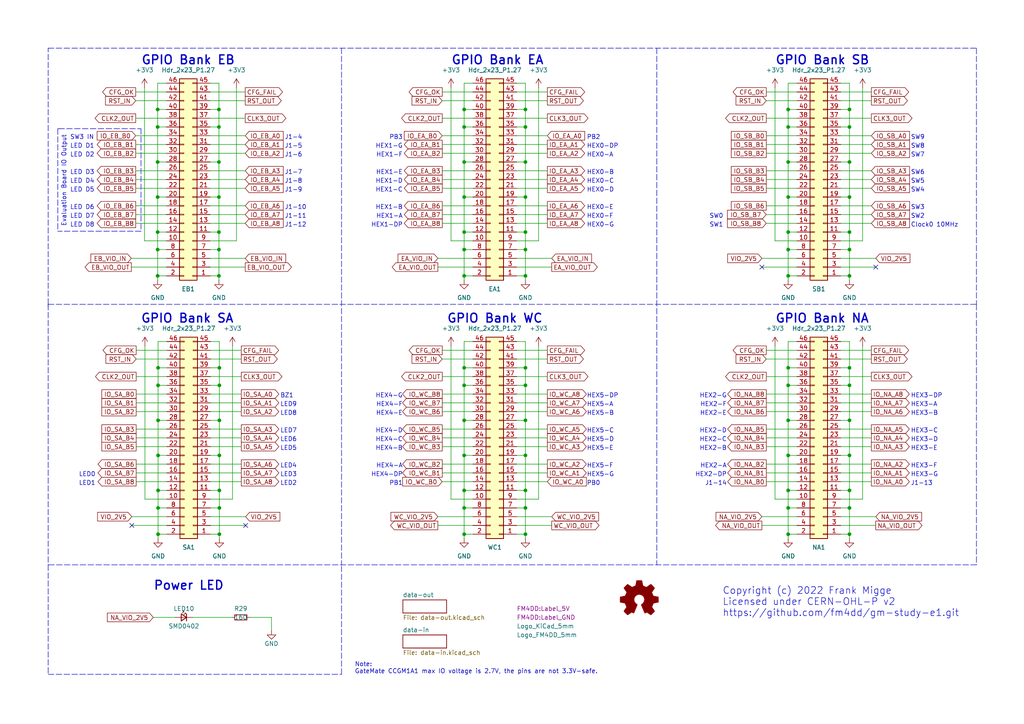
<source format=kicad_sch>
(kicad_sch (version 20211123) (generator eeschema)
  (paper "A4")
  (title_block (title "GateMate E1 Study Board") (date "2022-09-07") (rev "1.0"))
  (lib_symbols
    (symbol "Connector_Generic:Conn_02x23_Odd_Even" (pin_names (offset 1.016) hide)
      (property "Reference" "J" (at 1.27 30.48 0))
      (property "Value" "Conn_02x23_Odd_Even" (at 1.27 -30.48 0))
      (symbol "Conn_02x23_Odd_Even_1_1"
        (pin passive line (at -5.08 27.94 0) (length 3.81) (name "Pin_1") (number "1"))
        (pin passive line (at 7.62 17.78 180) (length 3.81) (name "Pin_10") (number "10"))
        (pin passive line (at -5.08 15.24 0) (length 3.81) (name "Pin_11") (number "11"))
        (pin passive line (at 7.62 15.24 180) (length 3.81) (name "Pin_12") (number "12"))
        (pin passive line (at -5.08 12.7 0) (length 3.81) (name "Pin_13") (number "13"))
        (pin passive line (at 7.62 12.7 180) (length 3.81) (name "Pin_14") (number "14"))
        (pin passive line (at -5.08 10.16 0) (length 3.81) (name "Pin_15") (number "15"))
        (pin passive line (at 7.62 10.16 180) (length 3.81) (name "Pin_16") (number "16"))
        (pin passive line (at -5.08 7.62 0) (length 3.81) (name "Pin_17") (number "17"))
        (pin passive line (at 7.62 7.62 180) (length 3.81) (name "Pin_18") (number "18"))
        (pin passive line (at -5.08 5.08 0) (length 3.81) (name "Pin_19") (number "19"))
        (pin passive line (at 7.62 27.94 180) (length 3.81) (name "Pin_2") (number "2"))
        (pin passive line (at 7.62 5.08 180) (length 3.81) (name "Pin_20") (number "20"))
        (pin passive line (at -5.08 2.54 0) (length 3.81) (name "Pin_21") (number "21"))
        (pin passive line (at 7.62 2.54 180) (length 3.81) (name "Pin_22") (number "22"))
        (pin passive line (at -5.08 0 0) (length 3.81) (name "Pin_23") (number "23"))
        (pin passive line (at 7.62 0 180) (length 3.81) (name "Pin_24") (number "24"))
        (pin passive line (at -5.08 -2.54 0) (length 3.81) (name "Pin_25") (number "25"))
        (pin passive line (at 7.62 -2.54 180) (length 3.81) (name "Pin_26") (number "26"))
        (pin passive line (at -5.08 -5.08 0) (length 3.81) (name "Pin_27") (number "27"))
        (pin passive line (at 7.62 -5.08 180) (length 3.81) (name "Pin_28") (number "28"))
        (pin passive line (at -5.08 -7.62 0) (length 3.81) (name "Pin_29") (number "29"))
        (pin passive line (at -5.08 25.4 0) (length 3.81) (name "Pin_3") (number "3"))
        (pin passive line (at 7.62 -7.62 180) (length 3.81) (name "Pin_30") (number "30"))
        (pin passive line (at -5.08 -10.16 0) (length 3.81) (name "Pin_31") (number "31"))
        (pin passive line (at 7.62 -10.16 180) (length 3.81) (name "Pin_32") (number "32"))
        (pin passive line (at -5.08 -12.7 0) (length 3.81) (name "Pin_33") (number "33"))
        (pin passive line (at 7.62 -12.7 180) (length 3.81) (name "Pin_34") (number "34"))
        (pin passive line (at -5.08 -15.24 0) (length 3.81) (name "Pin_35") (number "35"))
        (pin passive line (at 7.62 -15.24 180) (length 3.81) (name "Pin_36") (number "36"))
        (pin passive line (at -5.08 -17.78 0) (length 3.81) (name "Pin_37") (number "37"))
        (pin passive line (at 7.62 -17.78 180) (length 3.81) (name "Pin_38") (number "38"))
        (pin passive line (at -5.08 -20.32 0) (length 3.81) (name "Pin_39") (number "39"))
        (pin passive line (at 7.62 25.4 180) (length 3.81) (name "Pin_4") (number "4"))
        (pin passive line (at 7.62 -20.32 180) (length 3.81) (name "Pin_40") (number "40"))
        (pin passive line (at -5.08 -22.86 0) (length 3.81) (name "Pin_41") (number "41"))
        (pin passive line (at 7.62 -22.86 180) (length 3.81) (name "Pin_42") (number "42"))
        (pin passive line (at -5.08 -25.4 0) (length 3.81) (name "Pin_43") (number "43"))
        (pin passive line (at 7.62 -25.4 180) (length 3.81) (name "Pin_44") (number "44"))
        (pin passive line (at -5.08 -27.94 0) (length 3.81) (name "Pin_45") (number "45"))
        (pin passive line (at 7.62 -27.94 180) (length 3.81) (name "Pin_46") (number "46"))
        (pin passive line (at -5.08 22.86 0) (length 3.81) (name "Pin_5") (number "5"))
        (pin passive line (at 7.62 22.86 180) (length 3.81) (name "Pin_6") (number "6"))
        (pin passive line (at -5.08 20.32 0) (length 3.81) (name "Pin_7") (number "7"))
        (pin passive line (at 7.62 20.32 180) (length 3.81) (name "Pin_8") (number "8"))
        (pin passive line (at -5.08 17.78 0) (length 3.81) (name "Pin_9") (number "9"))
      )
    )
    (symbol "Device:LED_Small" (pin_numbers hide) (pin_names (offset 0.254) hide)
      (property "Reference" "D" (at -1.27 3.175 0))
      (property "Value" "LED_Small" (at -4.445 -2.54 0))
      (symbol "LED_Small_1_1"
        (pin passive line (at -2.54 0 0) (length 1.778) (name "K") (number "1"))
        (pin passive line (at 2.54 0 180) (length 1.778) (name "A") (number "2"))
      )
    )
    (symbol "Device:R_Small" (pin_numbers hide) (pin_names (offset 0.254) hide)
      (property "Reference" "R" (at 0.762 0.508 0))
      (property "Value" "R_Small" (at 0.762 -1.016 0))
      (symbol "R_Small_1_1"
        (pin passive line (at 0 2.54 270) (length 0.762) (name "~") (number "1"))
        (pin passive line (at 0 -2.54 90) (length 0.762) (name "~") (number "2"))
      )
    )
    (symbol "FM4DD:Label_5V" (pin_numbers hide) (pin_names (offset 0) hide)
      (property "Footprint" "FM4DD:5V_Label" (at 0 0 0))
    )
    (symbol "FM4DD:Label_GND" (pin_numbers hide) (pin_names (offset 0) hide)
      (property "Footprint" "FM4DD:GND_Label" (at 0 0 0))
    )
    (symbol "FM4DD:Logo_FM4DD_5mm" (pin_names (offset 1.016))
      (property "Value" "Logo_FM4DD_5mm" (at 0 0 0))
    )
    (symbol "FM4DD:Logo_KiCad_5mm" (pin_names (offset 1.016))
      (property "Value" "Logo_KiCad_5mm" (at 0 0 0))
    )
    (symbol "Graphic:Logo_Open_Hardware_Small" (pin_names (offset 1.016)))
    (symbol "power:+3V3" (power) (pin_names (offset 0))
      (property "Value" "+3V3" (at 0 3.556 0))
      (symbol "+3V3_1_1"
        (pin power_in line (at 0 0 90) (length 0) hide (name "+3V3") (number "1"))
      )
    )
    (symbol "power:GND" (power) (pin_names (offset 0))
      (property "Value" "GND" (at 0 -3.81 0))
      (symbol "GND_1_1"
        (pin power_in line (at 0 0 270) (length 0) hide (name "GND") (number "1"))
      )
    )
  )
  (junction (at 152.4 80.01))
  (junction (at 45.847 121.92))
  (junction (at 246.38 132.08))
  (junction (at 134.62 132.08))
  (junction (at 63.5 36.83))
  (junction (at 246.38 147.32))
  (junction (at 228.6 31.75))
  (junction (at 152.4 142.24))
  (junction (at 246.38 67.31))
  (junction (at 45.847 132.08))
  (junction (at 228.6 72.39))
  (junction (at 152.4 36.83))
  (junction (at 45.72 31.75))
  (junction (at 63.627 142.24))
  (junction (at 134.62 31.75))
  (junction (at 228.6 57.15))
  (junction (at 246.38 36.83))
  (junction (at 63.5 57.15))
  (junction (at 63.627 121.92))
  (junction (at 134.62 46.99))
  (junction (at 246.38 57.15))
  (junction (at 45.72 36.83))
  (junction (at 228.6 67.31))
  (junction (at 228.6 46.99))
  (junction (at 63.5 80.01))
  (junction (at 134.62 121.92))
  (junction (at 63.627 147.32))
  (junction (at 45.72 46.99))
  (junction (at 45.72 57.15))
  (junction (at 246.38 142.24))
  (junction (at 152.4 121.92))
  (junction (at 45.847 147.32))
  (junction (at 134.62 80.01))
  (junction (at 246.38 154.94))
  (junction (at 45.847 111.76))
  (junction (at 134.62 57.15))
  (junction (at 228.6 132.08))
  (junction (at 228.6 111.76))
  (junction (at 152.4 111.76))
  (junction (at 134.62 36.83))
  (junction (at 228.6 121.92))
  (junction (at 246.38 106.68))
  (junction (at 45.847 106.68))
  (junction (at 134.62 142.24))
  (junction (at 45.72 72.39))
  (junction (at 228.6 154.94))
  (junction (at 228.6 80.01))
  (junction (at 134.62 147.32))
  (junction (at 246.38 72.39))
  (junction (at 246.38 31.75))
  (junction (at 134.62 72.39))
  (junction (at 246.38 46.99))
  (junction (at 246.38 111.76))
  (junction (at 152.4 106.68))
  (junction (at 63.5 31.75))
  (junction (at 246.38 121.92))
  (junction (at 63.627 132.08))
  (junction (at 63.5 67.31))
  (junction (at 134.62 67.31))
  (junction (at 228.6 147.32))
  (junction (at 152.4 57.15))
  (junction (at 228.6 36.83))
  (junction (at 246.38 80.01))
  (junction (at 45.847 154.94))
  (junction (at 45.847 142.24))
  (junction (at 152.4 31.75))
  (junction (at 228.6 142.24))
  (junction (at 45.72 67.31))
  (junction (at 134.62 111.76))
  (junction (at 134.62 106.68))
  (junction (at 152.4 67.31))
  (junction (at 152.4 132.08))
  (junction (at 228.6 106.68))
  (junction (at 152.4 72.39))
  (junction (at 63.627 111.76))
  (junction (at 63.627 154.94))
  (junction (at 63.627 106.68))
  (junction (at 134.62 154.94))
  (junction (at 45.72 80.01))
  (junction (at 152.4 154.94))
  (junction (at 63.5 46.99))
  (junction (at 152.4 147.32))
  (junction (at 63.5 72.39))
  (junction (at 152.4 46.99))
  (no_connect (at 38.227 152.4))
  (no_connect (at 71.247 152.4))
  (no_connect (at 254 77.47))
  (no_connect (at 220.98 77.47))
  (wire (pts (xy 149.86 154.94) (xy 152.4 154.94)))
  (wire (pts (xy 149.86 46.99) (xy 152.4 46.99)))
  (wire (pts (xy 246.38 36.83) (xy 246.38 46.99)))
  (wire (pts (xy 250.19 25.4) (xy 250.19 69.85)))
  (wire (pts (xy 156.21 25.4) (xy 156.21 69.85)))
  (wire (pts (xy 63.627 121.92) (xy 63.627 132.08)))
  (wire (pts (xy 228.6 80.01) (xy 231.14 80.01)))
  (wire (pts (xy 45.847 99.06) (xy 45.847 106.68)))
  (wire (pts (xy 134.62 132.08) (xy 137.16 132.08)))
  (wire (pts (xy 60.96 39.37) (xy 71.12 39.37)))
  (wire (pts (xy 149.86 114.3) (xy 158.75 114.3)))
  (wire (pts (xy 134.62 80.01) (xy 137.16 80.01)))
  (wire (pts (xy 149.86 147.32) (xy 152.4 147.32)))
  (wire (pts (xy 63.5 36.83) (xy 63.5 46.99)))
  (wire (pts (xy 60.96 67.31) (xy 63.5 67.31)))
  (wire (pts (xy 222.25 139.7) (xy 231.14 139.7)))
  (wire (pts (xy 61.087 99.06) (xy 63.627 99.06)))
  (wire (pts (xy 45.847 147.32) (xy 45.847 154.94)))
  (wire (pts (xy 134.62 106.68) (xy 137.16 106.68)))
  (wire (pts (xy 60.96 31.75) (xy 63.5 31.75)))
  (wire (pts (xy 39.37 29.21) (xy 48.26 29.21)))
  (wire (pts (xy 243.84 26.67) (xy 252.73 26.67)))
  (polyline (pts (xy 13.97 88.9) (xy 13.97 88.265)))
  (wire (pts (xy 246.38 132.08) (xy 246.38 142.24)))
  (wire (pts (xy 45.72 36.83) (xy 48.26 36.83)))
  (wire (pts (xy 222.25 124.46) (xy 231.14 124.46)))
  (wire (pts (xy 60.96 64.77) (xy 71.12 64.77)))
  (wire (pts (xy 130.81 100.33) (xy 130.81 144.78)))
  (wire (pts (xy 128.27 64.77) (xy 137.16 64.77)))
  (wire (pts (xy 134.62 142.24) (xy 137.16 142.24)))
  (wire (pts (xy 39.37 44.45) (xy 48.26 44.45)))
  (wire (pts (xy 128.27 114.3) (xy 137.16 114.3)))
  (wire (pts (xy 243.84 62.23) (xy 252.73 62.23)))
  (wire (pts (xy 45.847 106.68) (xy 48.387 106.68)))
  (wire (pts (xy 149.86 54.61) (xy 158.75 54.61)))
  (wire (pts (xy 63.627 132.08) (xy 63.627 142.24)))
  (wire (pts (xy 243.84 142.24) (xy 246.38 142.24)))
  (wire (pts (xy 48.387 99.06) (xy 45.847 99.06)))
  (wire (pts (xy 246.38 121.92) (xy 246.38 132.08)))
  (wire (pts (xy 134.62 132.08) (xy 134.62 142.24)))
  (wire (pts (xy 243.84 134.62) (xy 252.73 134.62)))
  (wire (pts (xy 243.84 106.68) (xy 246.38 106.68)))
  (polyline (pts (xy 13.97 195.58) (xy 99.06 195.58)))
  (wire (pts (xy 228.6 67.31) (xy 228.6 72.39)))
  (wire (pts (xy 39.497 129.54) (xy 48.387 129.54)))
  (wire (pts (xy 243.84 116.84) (xy 252.73 116.84)))
  (wire (pts (xy 128.27 116.84) (xy 137.16 116.84)))
  (wire (pts (xy 60.96 36.83) (xy 63.5 36.83)))
  (wire (pts (xy 63.5 57.15) (xy 63.5 67.31)))
  (wire (pts (xy 228.6 147.32) (xy 231.14 147.32)))
  (wire (pts (xy 61.087 137.16) (xy 69.977 137.16)))
  (wire (pts (xy 39.497 116.84) (xy 48.387 116.84)))
  (wire (pts (xy 67.437 100.33) (xy 67.437 144.78)))
  (wire (pts (xy 61.087 104.14) (xy 69.977 104.14)))
  (wire (pts (xy 228.6 111.76) (xy 228.6 121.92)))
  (wire (pts (xy 222.25 116.84) (xy 231.14 116.84)))
  (wire (pts (xy 61.087 106.68) (xy 63.627 106.68)))
  (wire (pts (xy 39.37 26.67) (xy 48.26 26.67)))
  (wire (pts (xy 134.62 36.83) (xy 134.62 46.99)))
  (wire (pts (xy 243.84 127) (xy 252.73 127)))
  (wire (pts (xy 39.497 124.46) (xy 48.387 124.46)))
  (polyline (pts (xy 16.764 37.338) (xy 17.272 37.338)))
  (wire (pts (xy 228.6 154.94) (xy 228.6 156.21)))
  (wire (pts (xy 45.847 121.92) (xy 45.847 132.08)))
  (wire (pts (xy 149.86 119.38) (xy 158.75 119.38)))
  (wire (pts (xy 149.86 129.54) (xy 158.75 129.54)))
  (wire (pts (xy 243.84 77.47) (xy 254 77.47)))
  (wire (pts (xy 222.25 41.91) (xy 231.14 41.91)))
  (polyline (pts (xy 13.97 88.265) (xy 13.97 163.83)))
  (wire (pts (xy 228.6 31.75) (xy 231.14 31.75)))
  (wire (pts (xy 250.19 69.85) (xy 243.84 69.85)))
  (wire (pts (xy 224.79 100.33) (xy 224.79 144.78)))
  (wire (pts (xy 45.72 46.99) (xy 45.72 57.15)))
  (wire (pts (xy 130.81 144.78) (xy 137.16 144.78)))
  (wire (pts (xy 60.96 59.69) (xy 71.12 59.69)))
  (wire (pts (xy 134.62 72.39) (xy 137.16 72.39)))
  (wire (pts (xy 60.96 74.93) (xy 71.12 74.93)))
  (wire (pts (xy 222.25 29.21) (xy 231.14 29.21)))
  (wire (pts (xy 134.62 46.99) (xy 137.16 46.99)))
  (wire (pts (xy 61.087 101.6) (xy 69.977 101.6)))
  (wire (pts (xy 231.14 24.13) (xy 228.6 24.13)))
  (wire (pts (xy 45.72 67.31) (xy 48.26 67.31)))
  (wire (pts (xy 38.1 77.47) (xy 48.26 77.47)))
  (wire (pts (xy 127 152.4) (xy 137.16 152.4)))
  (wire (pts (xy 39.497 134.62) (xy 48.387 134.62)))
  (wire (pts (xy 128.27 59.69) (xy 137.16 59.69)))
  (wire (pts (xy 149.86 137.16) (xy 158.75 137.16)))
  (wire (pts (xy 60.96 24.13) (xy 63.5 24.13)))
  (wire (pts (xy 243.84 39.37) (xy 252.73 39.37)))
  (wire (pts (xy 243.84 29.21) (xy 252.73 29.21)))
  (wire (pts (xy 228.6 147.32) (xy 228.6 154.94)))
  (wire (pts (xy 149.86 59.69) (xy 158.75 59.69)))
  (wire (pts (xy 149.86 106.68) (xy 152.4 106.68)))
  (wire (pts (xy 243.84 54.61) (xy 252.73 54.61)))
  (wire (pts (xy 152.4 132.08) (xy 152.4 142.24)))
  (wire (pts (xy 243.84 49.53) (xy 252.73 49.53)))
  (wire (pts (xy 41.91 69.85) (xy 48.26 69.85)))
  (wire (pts (xy 128.27 127) (xy 137.16 127)))
  (wire (pts (xy 134.62 106.68) (xy 134.62 111.76)))
  (wire (pts (xy 63.627 142.24) (xy 63.627 147.32)))
  (polyline (pts (xy 283.21 163.83) (xy 13.97 163.83)))
  (wire (pts (xy 39.37 59.69) (xy 48.26 59.69)))
  (wire (pts (xy 246.38 24.13) (xy 246.38 31.75)))
  (wire (pts (xy 38.227 152.4) (xy 48.387 152.4)))
  (wire (pts (xy 246.38 67.31) (xy 246.38 72.39)))
  (wire (pts (xy 63.5 67.31) (xy 63.5 72.39)))
  (wire (pts (xy 134.62 154.94) (xy 137.16 154.94)))
  (wire (pts (xy 243.84 31.75) (xy 246.38 31.75)))
  (wire (pts (xy 149.86 41.91) (xy 158.75 41.91)))
  (wire (pts (xy 134.62 57.15) (xy 134.62 67.31)))
  (wire (pts (xy 222.25 54.61) (xy 231.14 54.61)))
  (wire (pts (xy 149.86 62.23) (xy 158.75 62.23)))
  (wire (pts (xy 134.62 111.76) (xy 137.16 111.76)))
  (wire (pts (xy 228.6 57.15) (xy 231.14 57.15)))
  (wire (pts (xy 134.62 154.94) (xy 134.62 156.21)))
  (wire (pts (xy 149.86 77.47) (xy 160.02 77.47)))
  (wire (pts (xy 60.96 26.67) (xy 71.12 26.67)))
  (wire (pts (xy 128.27 26.67) (xy 137.16 26.67)))
  (wire (pts (xy 246.38 147.32) (xy 246.38 154.94)))
  (wire (pts (xy 127 77.47) (xy 137.16 77.47)))
  (wire (pts (xy 45.847 121.92) (xy 48.387 121.92)))
  (wire (pts (xy 152.4 72.39) (xy 152.4 80.01)))
  (wire (pts (xy 149.86 134.62) (xy 158.75 134.62)))
  (wire (pts (xy 246.38 111.76) (xy 246.38 121.92)))
  (wire (pts (xy 246.38 31.75) (xy 246.38 36.83)))
  (wire (pts (xy 228.6 132.08) (xy 231.14 132.08)))
  (wire (pts (xy 128.27 124.46) (xy 137.16 124.46)))
  (wire (pts (xy 61.087 139.7) (xy 69.977 139.7)))
  (wire (pts (xy 228.6 72.39) (xy 228.6 80.01)))
  (wire (pts (xy 243.84 52.07) (xy 252.73 52.07)))
  (wire (pts (xy 137.16 24.13) (xy 134.62 24.13)))
  (wire (pts (xy 220.98 74.93) (xy 231.14 74.93)))
  (wire (pts (xy 61.087 147.32) (xy 63.627 147.32)))
  (wire (pts (xy 42.037 100.33) (xy 42.037 144.78)))
  (wire (pts (xy 222.25 114.3) (xy 231.14 114.3)))
  (wire (pts (xy 152.4 111.76) (xy 152.4 121.92)))
  (wire (pts (xy 60.96 62.23) (xy 71.12 62.23)))
  (wire (pts (xy 45.847 154.94) (xy 48.387 154.94)))
  (wire (pts (xy 222.25 62.23) (xy 231.14 62.23)))
  (wire (pts (xy 243.84 111.76) (xy 246.38 111.76)))
  (wire (pts (xy 41.91 25.4) (xy 41.91 69.85)))
  (wire (pts (xy 128.27 44.45) (xy 137.16 44.45)))
  (wire (pts (xy 45.847 142.24) (xy 45.847 147.32)))
  (wire (pts (xy 149.86 99.06) (xy 152.4 99.06)))
  (wire (pts (xy 243.84 74.93) (xy 254 74.93)))
  (wire (pts (xy 228.6 24.13) (xy 228.6 31.75)))
  (wire (pts (xy 134.62 31.75) (xy 137.16 31.75)))
  (wire (pts (xy 61.087 149.86) (xy 71.247 149.86)))
  (wire (pts (xy 60.96 29.21) (xy 71.12 29.21)))
  (wire (pts (xy 152.4 106.68) (xy 152.4 111.76)))
  (wire (pts (xy 149.86 142.24) (xy 152.4 142.24)))
  (wire (pts (xy 63.5 46.99) (xy 63.5 57.15)))
  (wire (pts (xy 60.96 46.99) (xy 63.5 46.99)))
  (wire (pts (xy 149.86 109.22) (xy 158.75 109.22)))
  (wire (pts (xy 42.037 144.78) (xy 48.387 144.78)))
  (wire (pts (xy 60.96 54.61) (xy 71.12 54.61)))
  (wire (pts (xy 63.627 154.94) (xy 63.627 156.21)))
  (wire (pts (xy 149.86 24.13) (xy 152.4 24.13)))
  (polyline (pts (xy 13.97 88.265) (xy 283.21 88.265)))
  (wire (pts (xy 134.62 80.01) (xy 134.62 81.28)))
  (wire (pts (xy 60.96 49.53) (xy 71.12 49.53)))
  (wire (pts (xy 39.37 34.29) (xy 48.26 34.29)))
  (wire (pts (xy 61.087 109.22) (xy 69.977 109.22)))
  (wire (pts (xy 243.84 129.54) (xy 252.73 129.54)))
  (wire (pts (xy 61.087 121.92) (xy 63.627 121.92)))
  (wire (pts (xy 152.4 24.13) (xy 152.4 31.75)))
  (wire (pts (xy 222.25 64.77) (xy 231.14 64.77)))
  (polyline (pts (xy 283.21 88.265) (xy 283.21 163.83)))
  (wire (pts (xy 224.79 69.85) (xy 231.14 69.85)))
  (wire (pts (xy 67.437 144.78) (xy 61.087 144.78)))
  (wire (pts (xy 55.88 179.07) (xy 67.31 179.07)))
  (wire (pts (xy 149.86 67.31) (xy 152.4 67.31)))
  (wire (pts (xy 45.847 132.08) (xy 48.387 132.08)))
  (wire (pts (xy 45.72 57.15) (xy 48.26 57.15)))
  (wire (pts (xy 243.84 124.46) (xy 252.73 124.46)))
  (wire (pts (xy 149.86 104.14) (xy 158.75 104.14)))
  (wire (pts (xy 243.84 121.92) (xy 246.38 121.92)))
  (wire (pts (xy 45.72 57.15) (xy 45.72 67.31)))
  (wire (pts (xy 72.39 179.07) (xy 78.74 179.07)))
  (wire (pts (xy 134.62 31.75) (xy 134.62 36.83)))
  (wire (pts (xy 45.72 72.39) (xy 48.26 72.39)))
  (wire (pts (xy 149.86 26.67) (xy 158.75 26.67)))
  (wire (pts (xy 60.96 41.91) (xy 71.12 41.91)))
  (wire (pts (xy 61.087 132.08) (xy 63.627 132.08)))
  (wire (pts (xy 222.25 129.54) (xy 231.14 129.54)))
  (wire (pts (xy 39.37 64.77) (xy 48.26 64.77)))
  (wire (pts (xy 222.25 134.62) (xy 231.14 134.62)))
  (wire (pts (xy 152.4 142.24) (xy 152.4 147.32)))
  (wire (pts (xy 45.847 132.08) (xy 45.847 142.24)))
  (wire (pts (xy 228.6 142.24) (xy 231.14 142.24)))
  (wire (pts (xy 228.6 121.92) (xy 228.6 132.08)))
  (wire (pts (xy 246.38 46.99) (xy 246.38 57.15)))
  (wire (pts (xy 228.6 31.75) (xy 228.6 36.83)))
  (wire (pts (xy 128.27 39.37) (xy 137.16 39.37)))
  (wire (pts (xy 246.38 72.39) (xy 246.38 80.01)))
  (wire (pts (xy 243.84 154.94) (xy 246.38 154.94)))
  (wire (pts (xy 243.84 147.32) (xy 246.38 147.32)))
  (wire (pts (xy 222.25 59.69) (xy 231.14 59.69)))
  (wire (pts (xy 149.86 29.21) (xy 158.75 29.21)))
  (wire (pts (xy 45.847 106.68) (xy 45.847 111.76)))
  (wire (pts (xy 134.62 67.31) (xy 134.62 72.39)))
  (wire (pts (xy 60.96 80.01) (xy 63.5 80.01)))
  (polyline (pts (xy 13.97 13.97) (xy 283.21 13.97)))
  (wire (pts (xy 128.27 137.16) (xy 137.16 137.16)))
  (wire (pts (xy 152.4 99.06) (xy 152.4 106.68)))
  (wire (pts (xy 45.847 111.76) (xy 48.387 111.76)))
  (wire (pts (xy 222.25 44.45) (xy 231.14 44.45)))
  (wire (pts (xy 134.62 142.24) (xy 134.62 147.32)))
  (wire (pts (xy 246.38 106.68) (xy 246.38 111.76)))
  (wire (pts (xy 243.84 36.83) (xy 246.38 36.83)))
  (wire (pts (xy 63.627 147.32) (xy 63.627 154.94)))
  (wire (pts (xy 127 149.86) (xy 137.16 149.86)))
  (wire (pts (xy 45.847 142.24) (xy 48.387 142.24)))
  (wire (pts (xy 243.84 59.69) (xy 252.73 59.69)))
  (wire (pts (xy 134.62 111.76) (xy 134.62 121.92)))
  (wire (pts (xy 134.62 121.92) (xy 137.16 121.92)))
  (wire (pts (xy 63.627 106.68) (xy 63.627 111.76)))
  (polyline (pts (xy 13.97 163.83) (xy 13.97 195.58)))
  (wire (pts (xy 149.86 149.86) (xy 160.02 149.86)))
  (wire (pts (xy 61.087 119.38) (xy 69.977 119.38)))
  (wire (pts (xy 228.6 132.08) (xy 228.6 142.24)))
  (wire (pts (xy 61.087 116.84) (xy 69.977 116.84)))
  (wire (pts (xy 39.497 119.38) (xy 48.387 119.38)))
  (wire (pts (xy 60.96 34.29) (xy 71.12 34.29)))
  (wire (pts (xy 149.86 31.75) (xy 152.4 31.75)))
  (wire (pts (xy 149.86 144.78) (xy 156.21 144.78)))
  (wire (pts (xy 61.087 154.94) (xy 63.627 154.94)))
  (wire (pts (xy 39.37 39.37) (xy 48.26 39.37)))
  (wire (pts (xy 149.86 72.39) (xy 152.4 72.39)))
  (wire (pts (xy 39.497 109.22) (xy 48.387 109.22)))
  (wire (pts (xy 231.14 99.06) (xy 228.6 99.06)))
  (wire (pts (xy 39.497 101.6) (xy 48.387 101.6)))
  (wire (pts (xy 243.84 99.06) (xy 246.38 99.06)))
  (wire (pts (xy 228.6 142.24) (xy 228.6 147.32)))
  (wire (pts (xy 149.86 39.37) (xy 158.75 39.37)))
  (wire (pts (xy 149.86 152.4) (xy 160.02 152.4)))
  (wire (pts (xy 222.25 26.67) (xy 231.14 26.67)))
  (wire (pts (xy 68.58 69.85) (xy 60.96 69.85)))
  (wire (pts (xy 243.84 41.91) (xy 252.73 41.91)))
  (wire (pts (xy 45.72 67.31) (xy 45.72 72.39)))
  (wire (pts (xy 45.72 80.01) (xy 48.26 80.01)))
  (wire (pts (xy 228.6 99.06) (xy 228.6 106.68)))
  (wire (pts (xy 128.27 134.62) (xy 137.16 134.62)))
  (wire (pts (xy 134.62 121.92) (xy 134.62 132.08)))
  (wire (pts (xy 63.627 111.76) (xy 63.627 121.92)))
  (wire (pts (xy 243.84 152.4) (xy 254 152.4)))
  (wire (pts (xy 224.79 144.78) (xy 231.14 144.78)))
  (wire (pts (xy 243.84 67.31) (xy 246.38 67.31)))
  (wire (pts (xy 228.6 57.15) (xy 228.6 67.31)))
  (wire (pts (xy 222.25 39.37) (xy 231.14 39.37)))
  (wire (pts (xy 228.6 154.94) (xy 231.14 154.94)))
  (wire (pts (xy 149.86 101.6) (xy 158.75 101.6)))
  (wire (pts (xy 250.19 100.33) (xy 250.19 144.78)))
  (wire (pts (xy 243.84 149.86) (xy 254 149.86)))
  (wire (pts (xy 134.62 99.06) (xy 134.62 106.68)))
  (wire (pts (xy 39.37 41.91) (xy 48.26 41.91)))
  (wire (pts (xy 128.27 109.22) (xy 137.16 109.22)))
  (wire (pts (xy 243.84 44.45) (xy 252.73 44.45)))
  (wire (pts (xy 220.98 149.86) (xy 231.14 149.86)))
  (wire (pts (xy 134.62 57.15) (xy 137.16 57.15)))
  (polyline (pts (xy 16.764 37.338) (xy 16.764 67.056)))
  (wire (pts (xy 128.27 62.23) (xy 137.16 62.23)))
  (wire (pts (xy 61.087 111.76) (xy 63.627 111.76)))
  (wire (pts (xy 39.37 54.61) (xy 48.26 54.61)))
  (wire (pts (xy 246.38 57.15) (xy 246.38 67.31)))
  (wire (pts (xy 243.84 80.01) (xy 246.38 80.01)))
  (wire (pts (xy 243.84 34.29) (xy 252.73 34.29)))
  (wire (pts (xy 63.5 24.13) (xy 63.5 31.75)))
  (wire (pts (xy 60.96 72.39) (xy 63.5 72.39)))
  (wire (pts (xy 152.4 57.15) (xy 152.4 67.31)))
  (wire (pts (xy 149.86 139.7) (xy 158.75 139.7)))
  (wire (pts (xy 222.25 52.07) (xy 231.14 52.07)))
  (wire (pts (xy 45.72 80.01) (xy 45.72 81.28)))
  (wire (pts (xy 149.86 121.92) (xy 152.4 121.92)))
  (wire (pts (xy 128.27 49.53) (xy 137.16 49.53)))
  (wire (pts (xy 220.98 77.47) (xy 231.14 77.47)))
  (wire (pts (xy 246.38 142.24) (xy 246.38 147.32)))
  (wire (pts (xy 243.84 119.38) (xy 252.73 119.38)))
  (wire (pts (xy 137.16 99.06) (xy 134.62 99.06)))
  (wire (pts (xy 149.86 111.76) (xy 152.4 111.76)))
  (wire (pts (xy 152.4 154.94) (xy 152.4 156.21)))
  (wire (pts (xy 222.25 101.6) (xy 231.14 101.6)))
  (wire (pts (xy 60.96 57.15) (xy 63.5 57.15)))
  (wire (pts (xy 61.087 134.62) (xy 69.977 134.62)))
  (wire (pts (xy 228.6 111.76) (xy 231.14 111.76)))
  (wire (pts (xy 243.84 101.6) (xy 252.73 101.6)))
  (wire (pts (xy 243.84 144.78) (xy 250.19 144.78)))
  (wire (pts (xy 45.72 31.75) (xy 45.72 36.83)))
  (wire (pts (xy 222.25 127) (xy 231.14 127)))
  (wire (pts (xy 45.847 147.32) (xy 48.387 147.32)))
  (wire (pts (xy 149.86 132.08) (xy 152.4 132.08)))
  (wire (pts (xy 45.847 154.94) (xy 45.847 156.21)))
  (wire (pts (xy 63.5 31.75) (xy 63.5 36.83)))
  (wire (pts (xy 220.98 152.4) (xy 231.14 152.4)))
  (wire (pts (xy 134.62 46.99) (xy 134.62 57.15)))
  (wire (pts (xy 128.27 34.29) (xy 137.16 34.29)))
  (wire (pts (xy 39.37 52.07) (xy 48.26 52.07)))
  (wire (pts (xy 156.21 144.78) (xy 156.21 100.33)))
  (wire (pts (xy 128.27 119.38) (xy 137.16 119.38)))
  (polyline (pts (xy 190.5 13.97) (xy 190.5 163.83)))
  (wire (pts (xy 228.6 121.92) (xy 231.14 121.92)))
  (wire (pts (xy 68.58 25.4) (xy 68.58 69.85)))
  (wire (pts (xy 128.27 54.61) (xy 137.16 54.61)))
  (wire (pts (xy 243.84 64.77) (xy 252.73 64.77)))
  (wire (pts (xy 228.6 36.83) (xy 231.14 36.83)))
  (wire (pts (xy 152.4 121.92) (xy 152.4 132.08)))
  (wire (pts (xy 243.84 139.7) (xy 252.73 139.7)))
  (wire (pts (xy 48.26 24.13) (xy 45.72 24.13)))
  (polyline (pts (xy 13.97 88.265) (xy 13.97 13.97)))
  (wire (pts (xy 149.86 127) (xy 158.75 127)))
  (wire (pts (xy 246.38 99.06) (xy 246.38 106.68)))
  (wire (pts (xy 228.6 67.31) (xy 231.14 67.31)))
  (wire (pts (xy 134.62 67.31) (xy 137.16 67.31)))
  (wire (pts (xy 60.96 44.45) (xy 71.12 44.45)))
  (wire (pts (xy 45.72 72.39) (xy 45.72 80.01)))
  (wire (pts (xy 128.27 41.91) (xy 137.16 41.91)))
  (wire (pts (xy 243.84 46.99) (xy 246.38 46.99)))
  (wire (pts (xy 45.72 46.99) (xy 48.26 46.99)))
  (polyline (pts (xy 40.894 67.056) (xy 16.764 67.056)))
  (wire (pts (xy 39.497 114.3) (xy 48.387 114.3)))
  (wire (pts (xy 63.5 72.39) (xy 63.5 80.01)))
  (wire (pts (xy 243.84 109.22) (xy 252.73 109.22)))
  (wire (pts (xy 152.4 80.01) (xy 152.4 81.28)))
  (wire (pts (xy 246.38 154.94) (xy 246.38 156.21)))
  (wire (pts (xy 149.86 36.83) (xy 152.4 36.83)))
  (wire (pts (xy 78.74 179.07) (xy 78.74 182.88)))
  (wire (pts (xy 152.4 36.83) (xy 152.4 46.99)))
  (wire (pts (xy 134.62 72.39) (xy 134.62 80.01)))
  (wire (pts (xy 149.86 124.46) (xy 158.75 124.46)))
  (wire (pts (xy 149.86 64.77) (xy 158.75 64.77)))
  (wire (pts (xy 228.6 46.99) (xy 228.6 57.15)))
  (wire (pts (xy 222.25 137.16) (xy 231.14 137.16)))
  (wire (pts (xy 128.27 52.07) (xy 137.16 52.07)))
  (wire (pts (xy 152.4 147.32) (xy 152.4 154.94)))
  (wire (pts (xy 45.72 24.13) (xy 45.72 31.75)))
  (wire (pts (xy 222.25 119.38) (xy 231.14 119.38)))
  (wire (pts (xy 134.62 147.32) (xy 134.62 154.94)))
  (wire (pts (xy 128.27 139.7) (xy 137.16 139.7)))
  (wire (pts (xy 39.37 62.23) (xy 48.26 62.23)))
  (wire (pts (xy 228.6 36.83) (xy 228.6 46.99)))
  (wire (pts (xy 60.96 52.07) (xy 71.12 52.07)))
  (wire (pts (xy 134.62 36.83) (xy 137.16 36.83)))
  (wire (pts (xy 38.227 149.86) (xy 48.387 149.86)))
  (wire (pts (xy 130.81 69.85) (xy 137.16 69.85)))
  (wire (pts (xy 228.6 46.99) (xy 231.14 46.99)))
  (wire (pts (xy 243.84 57.15) (xy 246.38 57.15)))
  (wire (pts (xy 149.86 44.45) (xy 158.75 44.45)))
  (polyline (pts (xy 190.5 163.83) (xy 190.5 163.83)))
  (polyline (pts (xy 99.06 195.58) (xy 99.06 163.83)))
  (wire (pts (xy 61.087 152.4) (xy 71.247 152.4)))
  (wire (pts (xy 243.84 137.16) (xy 252.73 137.16)))
  (wire (pts (xy 149.86 34.29) (xy 158.75 34.29)))
  (wire (pts (xy 149.86 52.07) (xy 158.75 52.07)))
  (wire (pts (xy 60.96 77.47) (xy 71.12 77.47)))
  (wire (pts (xy 39.37 49.53) (xy 48.26 49.53)))
  (wire (pts (xy 243.84 104.14) (xy 252.73 104.14)))
  (wire (pts (xy 128.27 104.14) (xy 137.16 104.14)))
  (wire (pts (xy 61.087 127) (xy 69.977 127)))
  (polyline (pts (xy 99.06 13.97) (xy 99.06 163.83)))
  (wire (pts (xy 243.84 132.08) (xy 246.38 132.08)))
  (wire (pts (xy 63.627 99.06) (xy 63.627 106.68)))
  (wire (pts (xy 127 74.93) (xy 137.16 74.93)))
  (wire (pts (xy 222.25 104.14) (xy 231.14 104.14)))
  (wire (pts (xy 228.6 80.01) (xy 228.6 81.28)))
  (wire (pts (xy 39.497 104.14) (xy 48.387 104.14)))
  (wire (pts (xy 228.6 72.39) (xy 231.14 72.39)))
  (wire (pts (xy 152.4 31.75) (xy 152.4 36.83)))
  (wire (pts (xy 39.497 139.7) (xy 48.387 139.7)))
  (wire (pts (xy 128.27 129.54) (xy 137.16 129.54)))
  (wire (pts (xy 130.81 25.4) (xy 130.81 69.85)))
  (polyline (pts (xy 40.894 37.338) (xy 40.894 67.056)))
  (wire (pts (xy 222.25 49.53) (xy 231.14 49.53)))
  (wire (pts (xy 243.84 72.39) (xy 246.38 72.39)))
  (wire (pts (xy 149.86 74.93) (xy 160.02 74.93)))
  (wire (pts (xy 222.25 109.22) (xy 231.14 109.22)))
  (wire (pts (xy 149.86 49.53) (xy 158.75 49.53)))
  (wire (pts (xy 246.38 80.01) (xy 246.38 81.28)))
  (wire (pts (xy 152.4 67.31) (xy 152.4 72.39)))
  (wire (pts (xy 134.62 24.13) (xy 134.62 31.75)))
  (wire (pts (xy 156.21 69.85) (xy 149.86 69.85)))
  (wire (pts (xy 228.6 106.68) (xy 231.14 106.68)))
  (wire (pts (xy 243.84 114.3) (xy 252.73 114.3)))
  (wire (pts (xy 128.27 101.6) (xy 137.16 101.6)))
  (wire (pts (xy 38.1 74.93) (xy 48.26 74.93)))
  (wire (pts (xy 149.86 80.01) (xy 152.4 80.01)))
  (wire (pts (xy 152.4 46.99) (xy 152.4 57.15)))
  (wire (pts (xy 128.27 29.21) (xy 137.16 29.21)))
  (wire (pts (xy 149.86 57.15) (xy 152.4 57.15)))
  (wire (pts (xy 134.62 147.32) (xy 137.16 147.32)))
  (wire (pts (xy 45.847 111.76) (xy 45.847 121.92)))
  (wire (pts (xy 44.45 179.07) (xy 50.8 179.07)))
  (polyline (pts (xy 17.018 37.338) (xy 40.894 37.338)))
  (wire (pts (xy 224.79 25.4) (xy 224.79 69.85)))
  (wire (pts (xy 45.72 36.83) (xy 45.72 46.99)))
  (wire (pts (xy 61.087 142.24) (xy 63.627 142.24)))
  (wire (pts (xy 61.087 124.46) (xy 69.977 124.46)))
  (wire (pts (xy 149.86 116.84) (xy 158.75 116.84)))
  (polyline (pts (xy 283.21 13.97) (xy 283.21 88.265)))
  (wire (pts (xy 39.497 127) (xy 48.387 127)))
  (wire (pts (xy 63.5 80.01) (xy 63.5 81.28)))
  (wire (pts (xy 243.84 24.13) (xy 246.38 24.13)))
  (wire (pts (xy 61.087 129.54) (xy 69.977 129.54)))
  (wire (pts (xy 228.6 106.68) (xy 228.6 111.76)))
  (wire (pts (xy 39.497 137.16) (xy 48.387 137.16)))
  (wire (pts (xy 61.087 114.3) (xy 69.977 114.3)))
  (wire (pts (xy 222.25 34.29) (xy 231.14 34.29)))
  (wire (pts (xy 45.72 31.75) (xy 48.26 31.75)))
  (text "HEX1-A" (at 116.84 63.5 180) (effects (font (size 1.27 1.27)) (justify right bottom)))
  (text "BZ1" (at 81.28 115.57 0) (effects (font (size 1.27 1.27)) (justify left bottom)))
  (text "SW3" (at 264.16 60.96 0) (effects (font (size 1.27 1.27)) (justify left bottom)))
  (text "PB0" (at 170.18 140.97 0) (effects (font (size 1.27 1.27)) (justify left bottom)))
  (text "LED7" (at 81.28 125.73 0) (effects (font (size 1.27 1.27)) (justify left bottom)))
  (text "HEX5-C" (at 170.18 125.73 0) (effects (font (size 1.27 1.27)) (justify left bottom)))
  (text "SW7" (at 264.16 45.72 0) (effects (font (size 1.27 1.27)) (justify left bottom)))
  (text "HEX1-B" (at 116.84 60.96 180) (effects (font (size 1.27 1.27)) (justify right bottom)))
  (text "HEX1-E" (at 116.84 50.8 180) (effects (font (size 1.27 1.27)) (justify right bottom)))
  (text "LED D3" (at 20.32 50.8 0) (effects (font (size 1.27 1.27)) (justify left bottom)))
  (text "Note:\nGateMate CCGM1A1 max IO voltage is 2.7V, the pins are not 3.3V-safe." (at 102.87 195.58 0) (effects (font (size 1.27 1.27)) (justify left bottom)))
  (text "LED D7" (at 20.32 63.5 0) (effects (font (size 1.27 1.27)) (justify left bottom)))
  (text "HEX3-B" (at 264.16 120.65 0) (effects (font (size 1.27 1.27)) (justify left bottom)))
  (text "SW4" (at 264.16 55.88 0) (effects (font (size 1.27 1.27)) (justify left bottom)))
  (text "LED D2" (at 20.32 45.72 0) (effects (font (size 1.27 1.27)) (justify left bottom)))
  (text "SW8" (at 264.16 43.18 0) (effects (font (size 1.27 1.27)) (justify left bottom)))
  (text "HEX0-F" (at 170.18 63.5 0) (effects (font (size 1.27 1.27)) (justify left bottom)))
  (text "J1-7" (at 82.55 50.8 0) (effects (font (size 1.27 1.27)) (justify left bottom)))
  (text "HEX5-A" (at 170.18 118.11 0) (effects (font (size 1.27 1.27)) (justify left bottom)))
  (text "J1-10" (at 82.55 60.96 0) (effects (font (size 1.27 1.27)) (justify left bottom)))
  (text "HEX4-D" (at 116.84 125.73 180) (effects (font (size 1.27 1.27)) (justify right bottom)))
  (text "HEX5-E" (at 170.18 130.81 0) (effects (font (size 1.27 1.27)) (justify left bottom)))
  (text "SW3 IN" (at 20.32 40.64 0) (effects (font (size 1.27 1.27)) (justify left bottom)))
  (text "HEX4-F" (at 116.84 118.11 180) (effects (font (size 1.27 1.27)) (justify right bottom)))
  (text "HEX1-F" (at 116.84 45.72 180) (effects (font (size 1.27 1.27)) (justify right bottom)))
  (text "SW0" (at 205.74 63.5 0) (effects (font (size 1.27 1.27)) (justify left bottom)))
  (text "SW1" (at 205.74 66.04 0) (effects (font (size 1.27 1.27)) (justify left bottom)))
  (text "LED D8" (at 20.32 66.04 0) (effects (font (size 1.27 1.27)) (justify left bottom)))
  (text "HEX3-C" (at 264.16 125.73 0) (effects (font (size 1.27 1.27)) (justify left bottom)))
  (text "Clock0 10MHz" (at 264.16 66.04 0) (effects (font (size 1.27 1.27)) (justify left bottom)))
  (text "LED D4" (at 20.32 53.34 0) (effects (font (size 1.27 1.27)) (justify left bottom)))
  (text "HEX3-DP" (at 264.16 115.57 0) (effects (font (size 1.27 1.27)) (justify left bottom)))
  (text "SW6" (at 264.16 50.8 0) (effects (font (size 1.27 1.27)) (justify left bottom)))
  (text "HEX0-G" (at 170.18 66.04 0) (effects (font (size 1.27 1.27)) (justify left bottom)))
  (text "J1-6" (at 82.55 45.72 0) (effects (font (size 1.27 1.27)) (justify left bottom)))
  (text "HEX2-DP" (at 210.82 138.43 180) (effects (font (size 1.27 1.27)) (justify right bottom)))
  (text "GPIO Bank NA" (at 224.79 93.98 0) (effects (font (size 2.54 2.54) (thickness 0.4) bold) (justify left bottom)))
  (text "LED0" (at 22.86 138.43 0) (effects (font (size 1.27 1.27)) (justify left bottom)))
  (text "Evaluation Board IO Output" (at 19.304 65.786 90) (effects (font (size 1.27 1.27)) (justify left bottom)))
  (text "HEX3-A" (at 264.16 118.11 0) (effects (font (size 1.27 1.27)) (justify left bottom)))
  (text "LED4" (at 81.28 135.89 0) (effects (font (size 1.27 1.27)) (justify left bottom)))
  (text "J1-11" (at 82.55 63.5 0) (effects (font (size 1.27 1.27)) (justify left bottom)))
  (text "J1-13" (at 264.16 140.97 0) (effects (font (size 1.27 1.27)) (justify left bottom)))
  (text "HEX0-D" (at 170.18 55.88 0) (effects (font (size 1.27 1.27)) (justify left bottom)))
  (text "HEX2-C" (at 210.82 128.27 180) (effects (font (size 1.27 1.27)) (justify right bottom)))
  (text "HEX5-D" (at 170.18 128.27 0) (effects (font (size 1.27 1.27)) (justify left bottom)))
  (text "HEX1-C" (at 116.84 55.88 180) (effects (font (size 1.27 1.27)) (justify right bottom)))
  (text "HEX2-G" (at 210.82 115.57 180) (effects (font (size 1.27 1.27)) (justify right bottom)))
  (text "LED6" (at 81.28 128.27 0) (effects (font (size 1.27 1.27)) (justify left bottom)))
  (text "GPIO Bank SB" (at 224.79 19.05 0) (effects (font (size 2.54 2.54) (thickness 0.4) bold) (justify left bottom)))
  (text "GPIO Bank SA" (at 40.767 93.98 0) (effects (font (size 2.54 2.54) (thickness 0.4) bold) (justify left bottom)))
  (text "HEX3-E" (at 264.16 130.81 0) (effects (font (size 1.27 1.27)) (justify left bottom)))
  (text "LED2" (at 81.28 140.97 0) (effects (font (size 1.27 1.27)) (justify left bottom)))
  (text "J1-12" (at 82.55 66.04 0) (effects (font (size 1.27 1.27)) (justify left bottom)))
  (text "PB2" (at 170.18 40.64 0) (effects (font (size 1.27 1.27)) (justify left bottom)))
  (text "LED9" (at 81.28 118.11 0) (effects (font (size 1.27 1.27)) (justify left bottom)))
  (text "HEX5-B" (at 170.18 120.65 0) (effects (font (size 1.27 1.27)) (justify left bottom)))
  (text "HEX5-G" (at 170.18 138.43 0) (effects (font (size 1.27 1.27)) (justify left bottom)))
  (text "HEX4-DP" (at 116.84 138.43 180) (effects (font (size 1.27 1.27)) (justify right bottom)))
  (text "HEX1-G" (at 116.84 43.18 180) (effects (font (size 1.27 1.27)) (justify right bottom)))
  (text "HEX0-A" (at 170.18 45.72 0) (effects (font (size 1.27 1.27)) (justify left bottom)))
  (text "HEX4-G" (at 116.84 115.57 180) (effects (font (size 1.27 1.27)) (justify right bottom)))
  (text "J1-4" (at 82.55 40.64 0) (effects (font (size 1.27 1.27)) (justify left bottom)))
  (text "GPIO Bank EB" (at 40.894 19.05 0) (effects (font (size 2.54 2.54) (thickness 0.4) bold) (justify left bottom)))
  (text "HEX2-E" (at 210.82 120.65 180) (effects (font (size 1.27 1.27)) (justify right bottom)))
  (text "HEX1-DP" (at 116.84 66.04 180) (effects (font (size 1.27 1.27)) (justify right bottom)))
  (text "HEX5-F" (at 170.18 135.89 0) (effects (font (size 1.27 1.27)) (justify left bottom)))
  (text "J1-8" (at 82.55 53.34 0) (effects (font (size 1.27 1.27)) (justify left bottom)))
  (text "PB3" (at 116.84 40.64 180) (effects (font (size 1.27 1.27)) (justify right bottom)))
  (text "LED D5" (at 20.32 55.88 0) (effects (font (size 1.27 1.27)) (justify left bottom)))
  (text "HEX3-D" (at 264.16 128.27 0) (effects (font (size 1.27 1.27)) (justify left bottom)))
  (text "HEX2-B" (at 210.82 130.81 180) (effects (font (size 1.27 1.27)) (justify right bottom)))
  (text "HEX0-C" (at 170.18 53.34 0) (effects (font (size 1.27 1.27)) (justify left bottom)))
  (text "LED D6" (at 20.32 60.96 0) (effects (font (size 1.27 1.27)) (justify left bottom)))
  (text "SW9" (at 264.16 40.64 0) (effects (font (size 1.27 1.27)) (justify left bottom)))
  (text "HEX4-B" (at 116.84 130.81 180) (effects (font (size 1.27 1.27)) (justify right bottom)))
  (text "HEX0-E" (at 170.18 60.96 0) (effects (font (size 1.27 1.27)) (justify left bottom)))
  (text "HEX3-G" (at 264.16 138.43 0) (effects (font (size 1.27 1.27)) (justify left bottom)))
  (text "HEX5-DP" (at 170.18 115.57 0) (effects (font (size 1.27 1.27)) (justify left bottom)))
  (text "GPIO Bank WC" (at 129.54 93.98 0) (effects (font (size 2.54 2.54) (thickness 0.4) bold) (justify left bottom)))
  (text "HEX0-DP" (at 170.18 43.18 0) (effects (font (size 1.27 1.27)) (justify left bottom)))
  (text "HEX4-E" (at 116.84 120.65 180) (effects (font (size 1.27 1.27)) (justify right bottom)))
  (text "LED D1" (at 20.32 43.18 0) (effects (font (size 1.27 1.27)) (justify left bottom)))
  (text "PB1" (at 116.84 140.97 180) (effects (font (size 1.27 1.27)) (justify right bottom)))
  (text "Copyright (c) 2022 Frank Migge\nLicensed under CERN-OHL-P v2\nhttps://github.com/fm4dd/gm-study-e1.git" (at 209.55 179.07 0) (effects (font (size 2 2)) (justify left bottom)))
  (text "SW2" (at 264.16 63.5 0) (effects (font (size 1.27 1.27)) (justify left bottom)))
  (text "HEX2-F" (at 210.82 118.11 180) (effects (font (size 1.27 1.27)) (justify right bottom)))
  (text "HEX0-B" (at 170.18 50.8 0) (effects (font (size 1.27 1.27)) (justify left bottom)))
  (text "LED8" (at 81.28 120.65 0) (effects (font (size 1.27 1.27)) (justify left bottom)))
  (text "HEX1-D" (at 116.84 53.34 180) (effects (font (size 1.27 1.27)) (justify right bottom)))
  (text "LED3" (at 81.28 138.43 0) (effects (font (size 1.27 1.27)) (justify left bottom)))
  (text "Power LED" (at 44.45 171.45 0) (effects (font (size 2.54 2.54) (thickness 0.4) bold) (justify left bottom)))
  (text "J1-14" (at 204.47 140.97 0) (effects (font (size 1.27 1.27)) (justify left bottom)))
  (text "HEX4-C" (at 116.84 128.27 180) (effects (font (size 1.27 1.27)) (justify right bottom)))
  (text "LED1" (at 22.86 140.97 0) (effects (font (size 1.27 1.27)) (justify left bottom)))
  (text "GPIO Bank EA" (at 130.81 19.05 0) (effects (font (size 2.54 2.54) (thickness 0.4) bold) (justify left bottom)))
  (text "HEX4-A" (at 116.84 135.89 180) (effects (font (size 1.27 1.27)) (justify right bottom)))
  (text "HEX2-A" (at 210.82 135.89 180) (effects (font (size 1.27 1.27)) (justify right bottom)))
  (text "HEX3-F" (at 264.16 135.89 0) (effects (font (size 1.27 1.27)) (justify left bottom)))
  (text "LED5" (at 81.28 130.81 0) (effects (font (size 1.27 1.27)) (justify left bottom)))
  (text "SW5" (at 264.16 53.34 0) (effects (font (size 1.27 1.27)) (justify left bottom)))
  (text "J1-5" (at 82.55 43.18 0) (effects (font (size 1.27 1.27)) (justify left bottom)))
  (text "HEX2-D" (at 210.82 125.73 180) (effects (font (size 1.27 1.27)) (justify right bottom)))
  (text "J1-9" (at 82.55 55.88 0) (effects (font (size 1.27 1.27)) (justify left bottom)))
  (global_label "EA_VIO_OUT" (shape output) (at 127 77.47 180) (property "Intersheet References" "${INTERSHEET_REFS}" (effects hide)))
  (global_label "IO_SA_B5" (shape passive) (at 39.497 129.54 180) (property "Intersheet References" "${INTERSHEET_REFS}" (effects hide)))
  (global_label "IO_SB_A5" (shape input) (at 252.73 54.61 0) (property "Intersheet References" "${INTERSHEET_REFS}" (effects hide)))
  (global_label "IO_EA_A4" (shape output) (at 158.75 52.07 0) (property "Intersheet References" "${INTERSHEET_REFS}" (effects hide)))
  (global_label "IO_SA_A3" (shape output) (at 69.977 124.46 0) (property "Intersheet References" "${INTERSHEET_REFS}" (effects hide)))
  (global_label "NA_VIO_OUT" (shape output) (at 220.98 152.4 180) (property "Intersheet References" "${INTERSHEET_REFS}" (effects hide)))
  (global_label "CFG_FAIL" (shape output) (at 158.75 26.67 0) (property "Intersheet References" "${INTERSHEET_REFS}" (effects hide)))
  (global_label "IO_SB_B8" (shape input) (at 222.25 64.77 180) (property "Intersheet References" "${INTERSHEET_REFS}" (effects hide)))
  (global_label "IO_NA_A4" (shape output) (at 252.73 127 0) (property "Intersheet References" "${INTERSHEET_REFS}" (effects hide)))
  (global_label "CLK3_OUT" (shape output) (at 71.12 34.29 0) (property "Intersheet References" "${INTERSHEET_REFS}" (effects hide)))
  (global_label "IO_NA_A8" (shape output) (at 252.73 114.3 0) (property "Intersheet References" "${INTERSHEET_REFS}" (effects hide)))
  (global_label "IO_SB_A7" (shape input) (at 252.73 62.23 0) (property "Intersheet References" "${INTERSHEET_REFS}" (effects hide)))
  (global_label "IO_EB_B4" (shape output) (at 39.37 52.07 180) (property "Intersheet References" "${INTERSHEET_REFS}" (effects hide)))
  (global_label "IO_WC_A7" (shape output) (at 158.75 116.84 0) (property "Intersheet References" "${INTERSHEET_REFS}" (effects hide)))
  (global_label "IO_NA_B7" (shape output) (at 222.25 116.84 180) (property "Intersheet References" "${INTERSHEET_REFS}" (effects hide)))
  (global_label "IO_WC_A1" (shape output) (at 158.75 137.16 0) (property "Intersheet References" "${INTERSHEET_REFS}" (effects hide)))
  (global_label "IO_NA_B0" (shape output) (at 222.25 139.7 180) (property "Intersheet References" "${INTERSHEET_REFS}" (effects hide)))
  (global_label "IO_SB_A3" (shape input) (at 252.73 49.53 0) (property "Intersheet References" "${INTERSHEET_REFS}" (effects hide)))
  (global_label "IO_EB_A5" (shape input) (at 71.12 54.61 0) (property "Intersheet References" "${INTERSHEET_REFS}" (effects hide)))
  (global_label "IO_EB_A8" (shape input) (at 71.12 64.77 0) (property "Intersheet References" "${INTERSHEET_REFS}" (effects hide)))
  (global_label "IO_NA_A7" (shape output) (at 252.73 116.84 0) (property "Intersheet References" "${INTERSHEET_REFS}" (effects hide)))
  (global_label "IO_EB_A2" (shape input) (at 71.12 44.45 0) (property "Intersheet References" "${INTERSHEET_REFS}" (effects hide)))
  (global_label "IO_EB_B2" (shape output) (at 39.37 44.45 180) (property "Intersheet References" "${INTERSHEET_REFS}" (effects hide)))
  (global_label "IO_EB_A0" (shape input) (at 71.12 39.37 0) (property "Intersheet References" "${INTERSHEET_REFS}" (effects hide)))
  (global_label "CFG_FAIL" (shape output) (at 69.977 101.6 0) (property "Intersheet References" "${INTERSHEET_REFS}" (effects hide)))
  (global_label "EB_VIO_IN" (shape input) (at 38.1 74.93 180) (property "Intersheet References" "${INTERSHEET_REFS}" (effects hide)))
  (global_label "NA_VIO_2V5" (shape input) (at 220.98 149.86 180) (property "Intersheet References" "${INTERSHEET_REFS}" (effects hide)))
  (global_label "IO_SA_B3" (shape passive) (at 39.497 124.46 180) (property "Intersheet References" "${INTERSHEET_REFS}" (effects hide)))
  (global_label "RST_IN" (shape input) (at 39.497 104.14 180) (property "Intersheet References" "${INTERSHEET_REFS}" (effects hide)))
  (global_label "IO_EA_B4" (shape output) (at 128.27 52.07 180) (property "Intersheet References" "${INTERSHEET_REFS}" (effects hide)))
  (global_label "CFG_OK" (shape output) (at 128.27 26.67 180) (property "Intersheet References" "${INTERSHEET_REFS}" (effects hide)))
  (global_label "EA_VIO_IN" (shape input) (at 127 74.93 180) (property "Intersheet References" "${INTERSHEET_REFS}" (effects hide)))
  (global_label "RST_OUT" (shape output) (at 252.73 104.14 0) (property "Intersheet References" "${INTERSHEET_REFS}" (effects hide)))
  (global_label "RST_IN" (shape input) (at 128.27 104.14 180) (property "Intersheet References" "${INTERSHEET_REFS}" (effects hide)))
  (global_label "IO_WC_A3" (shape output) (at 158.75 129.54 0) (property "Intersheet References" "${INTERSHEET_REFS}" (effects hide)))
  (global_label "IO_SA_B8" (shape output) (at 39.497 139.7 180) (property "Intersheet References" "${INTERSHEET_REFS}" (effects hide)))
  (global_label "IO_EA_A7" (shape output) (at 158.75 62.23 0) (property "Intersheet References" "${INTERSHEET_REFS}" (effects hide)))
  (global_label "IO_WC_A2" (shape output) (at 158.75 134.62 0) (property "Intersheet References" "${INTERSHEET_REFS}" (effects hide)))
  (global_label "IO_WC_B5" (shape output) (at 128.27 124.46 180) (property "Intersheet References" "${INTERSHEET_REFS}" (effects hide)))
  (global_label "IO_SA_B0" (shape passive) (at 39.497 114.3 180) (property "Intersheet References" "${INTERSHEET_REFS}" (effects hide)))
  (global_label "IO_EA_A3" (shape output) (at 158.75 49.53 0) (property "Intersheet References" "${INTERSHEET_REFS}" (effects hide)))
  (global_label "IO_EA_A8" (shape output) (at 158.75 64.77 0) (property "Intersheet References" "${INTERSHEET_REFS}" (effects hide)))
  (global_label "IO_SB_A0" (shape input) (at 252.73 39.37 0) (property "Intersheet References" "${INTERSHEET_REFS}" (effects hide)))
  (global_label "IO_EA_A5" (shape output) (at 158.75 54.61 0) (property "Intersheet References" "${INTERSHEET_REFS}" (effects hide)))
  (global_label "CLK2_OUT" (shape output) (at 39.497 109.22 180) (property "Intersheet References" "${INTERSHEET_REFS}" (effects hide)))
  (global_label "IO_EA_A1" (shape output) (at 158.75 41.91 0) (property "Intersheet References" "${INTERSHEET_REFS}" (effects hide)))
  (global_label "RST_IN" (shape input) (at 222.25 104.14 180) (property "Intersheet References" "${INTERSHEET_REFS}" (effects hide)))
  (global_label "IO_EA_A2" (shape output) (at 158.75 44.45 0) (property "Intersheet References" "${INTERSHEET_REFS}" (effects hide)))
  (global_label "IO_WC_B2" (shape output) (at 128.27 134.62 180) (property "Intersheet References" "${INTERSHEET_REFS}" (effects hide)))
  (global_label "EB_VIO_OUT" (shape output) (at 38.1 77.47 180) (property "Intersheet References" "${INTERSHEET_REFS}" (effects hide)))
  (global_label "EA_VIO_OUT" (shape output) (at 160.02 77.47 0) (property "Intersheet References" "${INTERSHEET_REFS}" (effects hide)))
  (global_label "CFG_FAIL" (shape output) (at 252.73 101.6 0) (property "Intersheet References" "${INTERSHEET_REFS}" (effects hide)))
  (global_label "IO_EA_A6" (shape output) (at 158.75 59.69 0) (property "Intersheet References" "${INTERSHEET_REFS}" (effects hide)))
  (global_label "EB_VIO_OUT" (shape output) (at 71.12 77.47 0) (property "Intersheet References" "${INTERSHEET_REFS}" (effects hide)))
  (global_label "IO_SA_A6" (shape output) (at 69.977 134.62 0) (property "Intersheet References" "${INTERSHEET_REFS}" (effects hide)))
  (global_label "RST_IN" (shape input) (at 222.25 29.21 180) (property "Intersheet References" "${INTERSHEET_REFS}" (effects hide)))
  (global_label "IO_WC_A5" (shape output) (at 158.75 124.46 0) (property "Intersheet References" "${INTERSHEET_REFS}" (effects hide)))
  (global_label "IO_SA_A1" (shape output) (at 69.977 116.84 0) (property "Intersheet References" "${INTERSHEET_REFS}" (effects hide)))
  (global_label "CFG_OK" (shape output) (at 222.25 101.6 180) (property "Intersheet References" "${INTERSHEET_REFS}" (effects hide)))
  (global_label "IO_EA_B2" (shape output) (at 128.27 44.45 180) (property "Intersheet References" "${INTERSHEET_REFS}" (effects hide)))
  (global_label "CLK3_OUT" (shape output) (at 158.75 34.29 0) (property "Intersheet References" "${INTERSHEET_REFS}" (effects hide)))
  (global_label "CLK2_OUT" (shape output) (at 128.27 34.29 180) (property "Intersheet References" "${INTERSHEET_REFS}" (effects hide)))
  (global_label "CLK2_OUT" (shape output) (at 222.25 109.22 180) (property "Intersheet References" "${INTERSHEET_REFS}" (effects hide)))
  (global_label "CFG_FAIL" (shape output) (at 71.12 26.67 0) (property "Intersheet References" "${INTERSHEET_REFS}" (effects hide)))
  (global_label "WC_VIO_OUT" (shape output) (at 160.02 152.4 0) (property "Intersheet References" "${INTERSHEET_REFS}" (effects hide)))
  (global_label "CLK3_OUT" (shape output) (at 252.73 109.22 0) (property "Intersheet References" "${INTERSHEET_REFS}" (effects hide)))
  (global_label "IO_SB_B3" (shape passive) (at 222.25 49.53 180) (property "Intersheet References" "${INTERSHEET_REFS}" (effects hide)))
  (global_label "RST_IN" (shape input) (at 39.37 29.21 180) (property "Intersheet References" "${INTERSHEET_REFS}" (effects hide)))
  (global_label "IO_EA_B7" (shape output) (at 128.27 62.23 180) (property "Intersheet References" "${INTERSHEET_REFS}" (effects hide)))
  (global_label "NA_VIO_OUT" (shape output) (at 254 152.4 0) (property "Intersheet References" "${INTERSHEET_REFS}" (effects hide)))
  (global_label "CLK3_OUT" (shape output) (at 252.73 34.29 0) (property "Intersheet References" "${INTERSHEET_REFS}" (effects hide)))
  (global_label "IO_SB_B0" (shape passive) (at 222.25 39.37 180) (property "Intersheet References" "${INTERSHEET_REFS}" (effects hide)))
  (global_label "IO_NA_A6" (shape output) (at 252.73 119.38 0) (property "Intersheet References" "${INTERSHEET_REFS}" (effects hide)))
  (global_label "IO_SB_A6" (shape input) (at 252.73 59.69 0) (property "Intersheet References" "${INTERSHEET_REFS}" (effects hide)))
  (global_label "RST_IN" (shape input) (at 128.27 29.21 180) (property "Intersheet References" "${INTERSHEET_REFS}" (effects hide)))
  (global_label "IO_WC_A6" (shape output) (at 158.75 119.38 0) (property "Intersheet References" "${INTERSHEET_REFS}" (effects hide)))
  (global_label "IO_SA_A4" (shape output) (at 69.977 127 0) (property "Intersheet References" "${INTERSHEET_REFS}" (effects hide)))
  (global_label "CLK2_OUT" (shape output) (at 128.27 109.22 180) (property "Intersheet References" "${INTERSHEET_REFS}" (effects hide)))
  (global_label "IO_NA_B1" (shape output) (at 222.25 137.16 180) (property "Intersheet References" "${INTERSHEET_REFS}" (effects hide)))
  (global_label "IO_SB_A4" (shape input) (at 252.73 52.07 0) (property "Intersheet References" "${INTERSHEET_REFS}" (effects hide)))
  (global_label "RST_OUT" (shape output) (at 158.75 104.14 0) (property "Intersheet References" "${INTERSHEET_REFS}" (effects hide)))
  (global_label "IO_EB_A7" (shape input) (at 71.12 62.23 0) (property "Intersheet References" "${INTERSHEET_REFS}" (effects hide)))
  (global_label "EB_VIO_IN" (shape input) (at 71.12 74.93 0) (property "Intersheet References" "${INTERSHEET_REFS}" (effects hide)))
  (global_label "IO_WC_B6" (shape output) (at 128.27 119.38 180) (property "Intersheet References" "${INTERSHEET_REFS}" (effects hide)))
  (global_label "IO_SA_A5" (shape output) (at 69.977 129.54 0) (property "Intersheet References" "${INTERSHEET_REFS}" (effects hide)))
  (global_label "NA_VIO_2V5" (shape input) (at 254 149.86 0) (property "Intersheet References" "${INTERSHEET_REFS}" (effects hide)))
  (global_label "RST_OUT" (shape output) (at 252.73 29.21 0) (property "Intersheet References" "${INTERSHEET_REFS}" (effects hide)))
  (global_label "IO_WC_B0" (shape input) (at 128.27 139.7 180) (property "Intersheet References" "${INTERSHEET_REFS}" (effects hide)))
  (global_label "IO_NA_B8" (shape output) (at 222.25 114.3 180) (property "Intersheet References" "${INTERSHEET_REFS}" (effects hide)))
  (global_label "IO_EB_B1" (shape output) (at 39.37 41.91 180) (property "Intersheet References" "${INTERSHEET_REFS}" (effects hide)))
  (global_label "IO_SA_A0" (shape output) (at 69.977 114.3 0) (property "Intersheet References" "${INTERSHEET_REFS}" (effects hide)))
  (global_label "VIO_2V5" (shape input) (at 254 74.93 0) (property "Intersheet References" "${INTERSHEET_REFS}" (effects hide)))
  (global_label "IO_EA_B1" (shape output) (at 128.27 41.91 180) (property "Intersheet References" "${INTERSHEET_REFS}" (effects hide)))
  (global_label "IO_SA_A7" (shape output) (at 69.977 137.16 0) (property "Intersheet References" "${INTERSHEET_REFS}" (effects hide)))
  (global_label "CLK2_OUT" (shape output) (at 39.37 34.29 180) (property "Intersheet References" "${INTERSHEET_REFS}" (effects hide)))
  (global_label "IO_SA_A2" (shape output) (at 69.977 119.38 0) (property "Intersheet References" "${INTERSHEET_REFS}" (effects hide)))
  (global_label "IO_NA_A2" (shape output) (at 252.73 134.62 0) (property "Intersheet References" "${INTERSHEET_REFS}" (effects hide)))
  (global_label "IO_WC_B1" (shape output) (at 128.27 137.16 180) (property "Intersheet References" "${INTERSHEET_REFS}" (effects hide)))
  (global_label "IO_SB_B5" (shape passive) (at 222.25 54.61 180) (property "Intersheet References" "${INTERSHEET_REFS}" (effects hide)))
  (global_label "IO_SA_B2" (shape passive) (at 39.497 119.38 180) (property "Intersheet References" "${INTERSHEET_REFS}" (effects hide)))
  (global_label "WC_VIO_OUT" (shape output) (at 127 152.4 180) (property "Intersheet References" "${INTERSHEET_REFS}" (effects hide)))
  (global_label "IO_SB_A2" (shape input) (at 252.73 44.45 0) (property "Intersheet References" "${INTERSHEET_REFS}" (effects hide)))
  (global_label "IO_EB_B5" (shape output) (at 39.37 54.61 180) (property "Intersheet References" "${INTERSHEET_REFS}" (effects hide)))
  (global_label "IO_EA_B3" (shape output) (at 128.27 49.53 180) (property "Intersheet References" "${INTERSHEET_REFS}" (effects hide)))
  (global_label "VIO_2V5" (shape input) (at 38.227 149.86 180) (property "Intersheet References" "${INTERSHEET_REFS}" (effects hide)))
  (global_label "IO_SA_B6" (shape output) (at 39.497 134.62 180) (property "Intersheet References" "${INTERSHEET_REFS}" (effects hide)))
  (global_label "IO_WC_B7" (shape output) (at 128.27 116.84 180) (property "Intersheet References" "${INTERSHEET_REFS}" (effects hide)))
  (global_label "IO_EB_A3" (shape input) (at 71.12 49.53 0) (property "Intersheet References" "${INTERSHEET_REFS}" (effects hide)))
  (global_label "RST_OUT" (shape output) (at 71.12 29.21 0) (property "Intersheet References" "${INTERSHEET_REFS}" (effects hide)))
  (global_label "IO_EA_B5" (shape output) (at 128.27 54.61 180) (property "Intersheet References" "${INTERSHEET_REFS}" (effects hide)))
  (global_label "IO_SA_B1" (shape passive) (at 39.497 116.84 180) (property "Intersheet References" "${INTERSHEET_REFS}" (effects hide)))
  (global_label "IO_NA_B6" (shape output) (at 222.25 119.38 180) (property "Intersheet References" "${INTERSHEET_REFS}" (effects hide)))
  (global_label "RST_OUT" (shape output) (at 158.75 29.21 0) (property "Intersheet References" "${INTERSHEET_REFS}" (effects hide)))
  (global_label "IO_SB_B7" (shape input) (at 222.25 62.23 180) (property "Intersheet References" "${INTERSHEET_REFS}" (effects hide)))
  (global_label "IO_WC_B8" (shape output) (at 128.27 114.3 180) (property "Intersheet References" "${INTERSHEET_REFS}" (effects hide)))
  (global_label "IO_NA_A1" (shape output) (at 252.73 137.16 0) (property "Intersheet References" "${INTERSHEET_REFS}" (effects hide)))
  (global_label "CFG_FAIL" (shape output) (at 158.75 101.6 0) (property "Intersheet References" "${INTERSHEET_REFS}" (effects hide)))
  (global_label "IO_WC_B4" (shape output) (at 128.27 127 180) (property "Intersheet References" "${INTERSHEET_REFS}" (effects hide)))
  (global_label "IO_NA_B5" (shape output) (at 222.25 124.46 180) (property "Intersheet References" "${INTERSHEET_REFS}" (effects hide)))
  (global_label "IO_NA_A5" (shape output) (at 252.73 124.46 0) (property "Intersheet References" "${INTERSHEET_REFS}" (effects hide)))
  (global_label "CFG_OK" (shape output) (at 39.497 101.6 180) (property "Intersheet References" "${INTERSHEET_REFS}" (effects hide)))
  (global_label "NA_VIO_2V5" (shape input) (at 44.45 179.07 180) (property "Intersheet References" "${INTERSHEET_REFS}" (effects hide)))
  (global_label "CLK3_OUT" (shape output) (at 158.75 109.22 0) (property "Intersheet References" "${INTERSHEET_REFS}" (effects hide)))
  (global_label "VIO_2V5" (shape input) (at 71.247 149.86 0) (property "Intersheet References" "${INTERSHEET_REFS}" (effects hide)))
  (global_label "IO_NA_B2" (shape output) (at 222.25 134.62 180) (property "Intersheet References" "${INTERSHEET_REFS}" (effects hide)))
  (global_label "IO_EA_B6" (shape output) (at 128.27 59.69 180) (property "Intersheet References" "${INTERSHEET_REFS}" (effects hide)))
  (global_label "IO_NA_A0" (shape output) (at 252.73 139.7 0) (property "Intersheet References" "${INTERSHEET_REFS}" (effects hide)))
  (global_label "IO_SB_B2" (shape passive) (at 222.25 44.45 180) (property "Intersheet References" "${INTERSHEET_REFS}" (effects hide)))
  (global_label "IO_EA_B0" (shape input) (at 128.27 39.37 180) (property "Intersheet References" "${INTERSHEET_REFS}" (effects hide)))
  (global_label "IO_SB_B4" (shape passive) (at 222.25 52.07 180) (property "Intersheet References" "${INTERSHEET_REFS}" (effects hide)))
  (global_label "CFG_OK" (shape output) (at 222.25 26.67 180) (property "Intersheet References" "${INTERSHEET_REFS}" (effects hide)))
  (global_label "IO_EA_A0" (shape input) (at 158.75 39.37 0) (property "Intersheet References" "${INTERSHEET_REFS}" (effects hide)))
  (global_label "IO_NA_B3" (shape output) (at 222.25 129.54 180) (property "Intersheet References" "${INTERSHEET_REFS}" (effects hide)))
  (global_label "IO_WC_A0" (shape input) (at 158.75 139.7 0) (property "Intersheet References" "${INTERSHEET_REFS}" (effects hide)))
  (global_label "WC_VIO_2V5" (shape input) (at 127 149.86 180) (property "Intersheet References" "${INTERSHEET_REFS}" (effects hide)))
  (global_label "IO_WC_A4" (shape output) (at 158.75 127 0) (property "Intersheet References" "${INTERSHEET_REFS}" (effects hide)))
  (global_label "IO_EB_A4" (shape input) (at 71.12 52.07 0) (property "Intersheet References" "${INTERSHEET_REFS}" (effects hide)))
  (global_label "IO_EB_B0" (shape input) (at 39.37 39.37 180) (property "Intersheet References" "${INTERSHEET_REFS}" (effects hide)))
  (global_label "IO_EB_A6" (shape input) (at 71.12 59.69 0) (property "Intersheet References" "${INTERSHEET_REFS}" (effects hide)))
  (global_label "RST_OUT" (shape output) (at 69.977 104.14 0) (property "Intersheet References" "${INTERSHEET_REFS}" (effects hide)))
  (global_label "IO_EB_B7" (shape output) (at 39.37 62.23 180) (property "Intersheet References" "${INTERSHEET_REFS}" (effects hide)))
  (global_label "CLK3_OUT" (shape output) (at 69.977 109.22 0) (property "Intersheet References" "${INTERSHEET_REFS}" (effects hide)))
  (global_label "IO_WC_B3" (shape output) (at 128.27 129.54 180) (property "Intersheet References" "${INTERSHEET_REFS}" (effects hide)))
  (global_label "IO_SA_A8" (shape output) (at 69.977 139.7 0) (property "Intersheet References" "${INTERSHEET_REFS}" (effects hide)))
  (global_label "EA_VIO_IN" (shape input) (at 160.02 74.93 0) (property "Intersheet References" "${INTERSHEET_REFS}" (effects hide)))
  (global_label "IO_WC_A8" (shape output) (at 158.75 114.3 0) (property "Intersheet References" "${INTERSHEET_REFS}" (effects hide)))
  (global_label "VIO_2V5" (shape input) (at 220.98 74.93 180) (property "Intersheet References" "${INTERSHEET_REFS}" (effects hide)))
  (global_label "CFG_FAIL" (shape output) (at 252.73 26.67 0) (property "Intersheet References" "${INTERSHEET_REFS}" (effects hide)))
  (global_label "IO_EB_B8" (shape output) (at 39.37 64.77 180) (property "Intersheet References" "${INTERSHEET_REFS}" (effects hide)))
  (global_label "CFG_OK" (shape output) (at 39.37 26.67 180) (property "Intersheet References" "${INTERSHEET_REFS}" (effects hide)))
  (global_label "CLK2_OUT" (shape output) (at 222.25 34.29 180) (property "Intersheet References" "${INTERSHEET_REFS}" (effects hide)))
  (global_label "IO_SB_B1" (shape passive) (at 222.25 41.91 180) (property "Intersheet References" "${INTERSHEET_REFS}" (effects hide)))
  (global_label "IO_SB_B6" (shape passive) (at 222.25 59.69 180) (property "Intersheet References" "${INTERSHEET_REFS}" (effects hide)))
  (global_label "IO_SB_A8" (shape input) (at 252.73 64.77 0) (property "Intersheet References" "${INTERSHEET_REFS}" (effects hide)))
  (global_label "WC_VIO_2V5" (shape input) (at 160.02 149.86 0) (property "Intersheet References" "${INTERSHEET_REFS}" (effects hide)))
  (global_label "IO_EB_B3" (shape output) (at 39.37 49.53 180) (property "Intersheet References" "${INTERSHEET_REFS}" (effects hide)))
  (global_label "IO_SB_A1" (shape input) (at 252.73 41.91 0) (property "Intersheet References" "${INTERSHEET_REFS}" (effects hide)))
  (global_label "IO_SA_B4" (shape passive) (at 39.497 127 180) (property "Intersheet References" "${INTERSHEET_REFS}" (effects hide)))
  (global_label "IO_EB_B6" (shape output) (at 39.37 59.69 180) (property "Intersheet References" "${INTERSHEET_REFS}" (effects hide)))
  (global_label "IO_EA_B8" (shape output) (at 128.27 64.77 180) (property "Intersheet References" "${INTERSHEET_REFS}" (effects hide)))
  (global_label "IO_EB_A1" (shape input) (at 71.12 41.91 0) (property "Intersheet References" "${INTERSHEET_REFS}" (effects hide)))
  (global_label "IO_NA_A3" (shape output) (at 252.73 129.54 0) (property "Intersheet References" "${INTERSHEET_REFS}" (effects hide)))
  (global_label "IO_SA_B7" (shape output) (at 39.497 137.16 180) (property "Intersheet References" "${INTERSHEET_REFS}" (effects hide)))
  (global_label "IO_NA_B4" (shape output) (at 222.25 127 180) (property "Intersheet References" "${INTERSHEET_REFS}" (effects hide)))
  (global_label "CFG_OK" (shape output) (at 128.27 101.6 180) (property "Intersheet References" "${INTERSHEET_REFS}" (effects hide)))
  (symbol (lib_id "power:+3V3") (at 250.19 25.4 0) (unit 1)
    (property "Reference" "#PWR0106" (effects hide))
    (property "Value" "+3V3" (at 250.19 20.32 0))
  )
  (symbol (lib_id "power:+3V3") (at 224.79 25.4 0) (unit 1)
    (property "Reference" "#PWR0105" (effects hide))
    (property "Value" "+3V3" (at 224.79 20.32 0))
  )
  (symbol (lib_id "power:GND") (at 152.4 81.28 0) (unit 1)
    (property "Reference" "#PWR0102" (effects hide))
    (property "Value" "GND" (at 152.4 86.36 0))
  )
  (symbol (lib_id "Device:LED_Small") (at 53.34 179.07 0) (mirror y) (unit 1)
    (property "Reference" "LED10" (at 53.34 176.53 0))
    (property "Value" "SMD0402" (at 53.34 181.61 0))
    (property "Footprint" "FM4DD:LED_0402_FPGA" (effects hide))
  )
  (symbol (lib_id "power:+3V3") (at 41.91 25.4 0) (unit 1)
    (property "Reference" "#PWR0114" (effects hide))
    (property "Value" "+3V3" (at 41.91 20.32 0))
  )
  (symbol (lib_id "FM4DD:Logo_FM4DD_5mm") (at 148.59 184.15 0) (unit 1)
    (property "Reference" "LB4" (effects hide))
    (property "Value" "Logo_FM4DD_5mm" (at 149.86 184.1499 0) (effects (justify left)))
    (property "Footprint" "FM4DD:Logo_FM4DD_5mm_SScr" (effects hide))
  )
  (symbol (lib_id "power:GND") (at 63.5 81.28 0) (unit 1)
    (property "Reference" "#PWR0116" (effects hide))
    (property "Value" "GND" (at 63.5 86.36 0))
  )
  (symbol (lib_id "power:+3V3") (at 130.81 25.4 0) (unit 1)
    (property "Reference" "#PWR0115" (effects hide))
    (property "Value" "+3V3" (at 130.81 20.32 0))
  )
  (symbol (lib_id "Connector_Generic:Conn_02x23_Odd_Even") (at 144.78 127 180) (unit 1)
    (property "Reference" "WC1" (at 143.51 158.75 0))
    (property "Value" "Hdr_2x23_P1.27" (at 143.51 95.25 0))
    (property "Footprint" "FM4DD:PinHeader_2x23_P1.27_backside" (effects hide))
  )
  (symbol (lib_id "Connector_Generic:Conn_02x23_Odd_Even") (at 144.78 52.07 180) (unit 1)
    (property "Reference" "EA1" (at 143.51 83.82 0))
    (property "Value" "Hdr_2x23_P1.27" (at 143.51 20.32 0))
    (property "Footprint" "FM4DD:PinHeader_2x23_P1.27_backside" (effects hide))
  )
  (symbol (lib_id "Connector_Generic:Conn_02x23_Odd_Even") (at 56.007 127 180) (unit 1)
    (property "Reference" "SA1" (at 54.737 158.75 0))
    (property "Value" "Hdr_2x23_P1.27" (at 54.737 95.25 0))
    (property "Footprint" "FM4DD:PinHeader_2x23_P1.27_backside" (effects hide))
  )
  (symbol (lib_id "power:+3V3") (at 68.58 25.4 0) (unit 1)
    (property "Reference" "#PWR0122" (effects hide))
    (property "Value" "+3V3" (at 68.58 20.32 0))
  )
  (symbol (lib_id "power:GND") (at 45.847 156.21 0) (unit 1)
    (property "Reference" "#PWR0110" (effects hide))
    (property "Value" "GND" (at 45.847 161.29 0))
  )
  (symbol (lib_id "power:GND") (at 134.62 156.21 0) (unit 1)
    (property "Reference" "#PWR0125" (effects hide))
    (property "Value" "GND" (at 134.62 161.29 0))
  )
  (symbol (lib_id "Graphic:Logo_Open_Hardware_Small") (at 185.42 173.99 0) (unit 1)
    (property "Reference" "#LOGO1" (effects hide))
    (property "Value" "Logo_Open_Hardware_Small" (effects hide))
  )
  (symbol (lib_id "power:+3V3") (at 224.79 100.33 0) (unit 1)
    (property "Reference" "#PWR0112" (effects hide))
    (property "Value" "+3V3" (at 224.79 95.25 0))
  )
  (symbol (lib_id "FM4DD:Label_GND") (at 157.48 179.07 0) (unit 1)
    (property "Reference" "LB3" (effects hide))
    (property "Value" "Label_GND" (effects hide))
    (property "Footprint" "FM4DD:Label_GND" (at 149.86 179.07 0) (effects (justify left)))
  )
  (symbol (lib_id "power:GND") (at 246.38 81.28 0) (unit 1)
    (property "Reference" "#PWR0121" (effects hide))
    (property "Value" "GND" (at 246.38 86.36 0))
  )
  (symbol (lib_id "power:+3V3") (at 42.037 100.33 0) (unit 1)
    (property "Reference" "#PWR0123" (effects hide))
    (property "Value" "+3V3" (at 42.037 95.25 0))
  )
  (symbol (lib_id "FM4DD:Label_5V") (at 156.21 176.53 0) (unit 1)
    (property "Reference" "LB2" (effects hide))
    (property "Value" "Label_5V" (effects hide))
    (property "Footprint" "FM4DD:Label_5V" (at 149.86 176.53 0) (effects (justify left)))
  )
  (symbol (lib_id "power:GND") (at 78.74 182.88 0) (unit 1)
    (property "Reference" "#PWR0126" (effects hide))
    (property "Value" "GND" (at 78.74 186.69 0))
  )
  (symbol (lib_id "power:GND") (at 45.72 81.28 0) (unit 1)
    (property "Reference" "#PWR0104" (effects hide))
    (property "Value" "GND" (at 45.72 86.36 0))
  )
  (symbol (lib_id "power:+3V3") (at 130.81 100.33 0) (unit 1)
    (property "Reference" "#PWR0107" (effects hide))
    (property "Value" "+3V3" (at 130.81 95.25 0))
  )
  (symbol (lib_id "FM4DD:Logo_KiCad_5mm") (at 148.59 181.61 0) (unit 1)
    (property "Reference" "LB1" (effects hide))
    (property "Value" "Logo_KiCad_5mm" (at 149.86 181.6099 0) (effects (justify left)))
    (property "Footprint" "FM4DD:Logo_KiCad_5mm_SScr" (effects hide))
  )
  (symbol (lib_id "power:+3V3") (at 67.437 100.33 0) (unit 1)
    (property "Reference" "#PWR0124" (effects hide))
    (property "Value" "+3V3" (at 67.437 95.25 0))
  )
  (symbol (lib_id "Connector_Generic:Conn_02x23_Odd_Even") (at 238.76 52.07 180) (unit 1)
    (property "Reference" "SB1" (at 237.49 83.82 0))
    (property "Value" "Hdr_2x23_P1.27" (at 237.49 20.32 0))
    (property "Footprint" "FM4DD:PinHeader_2x23_P1.27_backside" (effects hide))
  )
  (symbol (lib_id "power:+3V3") (at 250.19 100.33 0) (unit 1)
    (property "Reference" "#PWR0111" (effects hide))
    (property "Value" "+3V3" (at 250.19 95.25 0))
  )
  (symbol (lib_id "power:GND") (at 63.627 156.21 0) (unit 1)
    (property "Reference" "#PWR0108" (effects hide))
    (property "Value" "GND" (at 63.627 161.29 0))
  )
  (symbol (lib_id "Device:R_Small") (at 69.85 179.07 90) (unit 1)
    (property "Reference" "R29" (at 69.85 176.53 90))
    (property "Value" "160" (at 69.85 179.07 90))
    (property "Footprint" "Resistor_SMD:R_0402_1005Metric" (effects hide))
  )
  (symbol (lib_id "power:GND") (at 228.6 81.28 0) (unit 1)
    (property "Reference" "#PWR0120" (effects hide))
    (property "Value" "GND" (at 228.6 86.36 0))
  )
  (symbol (lib_id "power:GND") (at 228.6 156.21 0) (unit 1)
    (property "Reference" "#PWR0118" (effects hide))
    (property "Value" "GND" (at 228.6 161.29 0))
  )
  (symbol (lib_id "power:+3V3") (at 156.21 25.4 0) (unit 1)
    (property "Reference" "#PWR0113" (effects hide))
    (property "Value" "+3V3" (at 156.21 20.32 0))
  )
  (symbol (lib_id "Connector_Generic:Conn_02x23_Odd_Even") (at 238.76 127 180) (unit 1)
    (property "Reference" "NA1" (at 237.49 158.75 0))
    (property "Value" "Hdr_2x23_P1.27" (at 237.49 95.25 0))
    (property "Footprint" "FM4DD:PinHeader_2x23_P1.27_backside" (effects hide))
  )
  (symbol (lib_id "Connector_Generic:Conn_02x23_Odd_Even") (at 55.88 52.07 180) (unit 1)
    (property "Reference" "EB1" (at 54.61 83.82 0))
    (property "Value" "Hdr_2x23_P1.27" (at 54.61 20.32 0))
    (property "Footprint" "FM4DD:PinHeader_2x23_P1.27_backside" (effects hide))
  )
  (symbol (lib_id "power:+3V3") (at 156.21 100.33 0) (unit 1)
    (property "Reference" "#PWR0109" (effects hide))
    (property "Value" "+3V3" (at 156.21 95.25 0))
  )
  (symbol (lib_id "power:GND") (at 152.4 156.21 0) (unit 1)
    (property "Reference" "#PWR0117" (effects hide))
    (property "Value" "GND" (at 152.4 161.29 0))
  )
  (symbol (lib_id "power:GND") (at 134.62 81.28 0) (unit 1)
    (property "Reference" "#PWR0103" (effects hide))
    (property "Value" "GND" (at 134.62 86.36 0))
  )
  (symbol (lib_id "power:GND") (at 246.38 156.21 0) (unit 1)
    (property "Reference" "#PWR0119" (effects hide))
    (property "Value" "GND" (at 246.38 161.29 0))
  )
  (sheet (at 116.84 173.99) (size 12.7 3.81) (stroke (width 0.1524))
    (property "Sheet name" "data-out" (at 116.84 173.2784 0) (effects (justify left bottom)))
    (property "Sheet file" "data-out.kicad_sch" (at 116.84 178.3846 0) (effects (justify left top)))
  )
  (sheet (at 116.84 184.15) (size 12.7 3.81) (stroke (width 0.1524))
    (property "Sheet name" "data-in" (at 116.84 183.4384 0) (effects (justify left bottom)))
    (property "Sheet file" "data-in.kicad_sch" (at 116.84 188.5446 0) (effects (justify left top)))
  )
)
</source>
